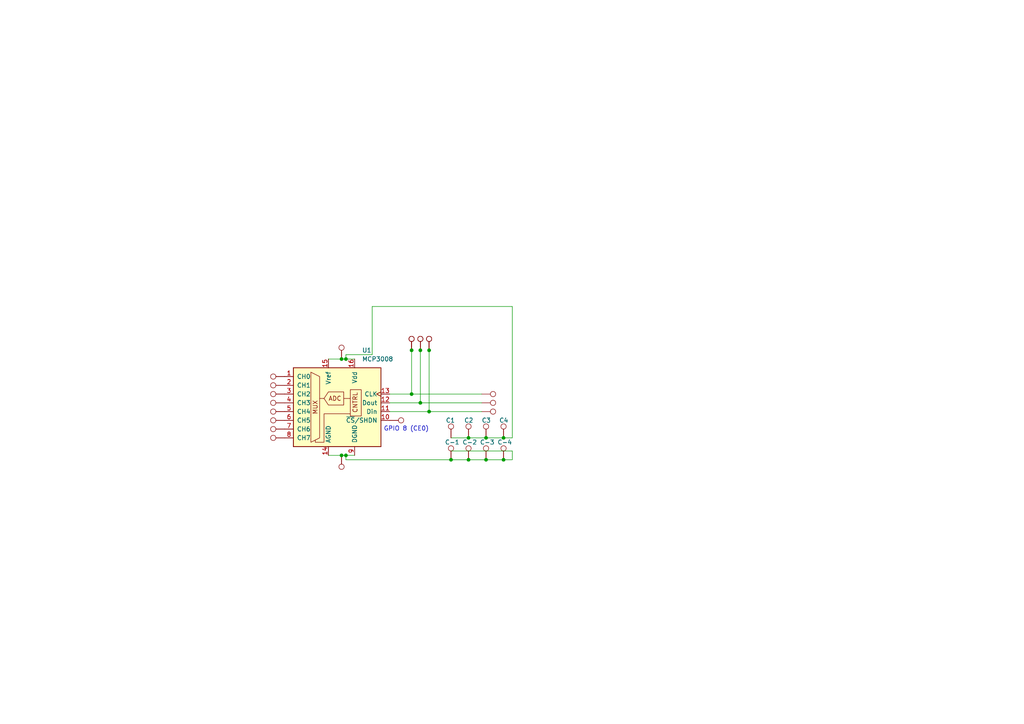
<source format=kicad_sch>
(kicad_sch (version 20250114) (generator "eeschema") (generator_version "9.0")
  (paper "A4")
  (lib_symbols
    (symbol "Analog_ADC:MCP3008" (pin_names (offset 1.016))
      (property "Reference" "U" (at -5.08 13.335 0))
      (property "Value" "MCP3008" (at -5.08 11.43 0))
      (symbol "MCP3008_0_0"
        (text "MUX" (at -6.35 -1.27 900) (effects (font (size 1.27 1.27))))
        (text "ADC" (at -0.635 1.27 0) (effects (font (size 1.27 1.27))))
        (text "CNTRL" (at 5.969 -2.921 900) (effects (font (size 1.27 1.27)) (justify left bottom)))
      )
      (symbol "MCP3008_0_1"
        (polyline (pts (xy -7.62 8.89) (xy -7.62 -11.43) (xy -5.08 -10.16) (xy -5.08 7.62) (xy -7.62 8.89)))
        (polyline (pts (xy -3.81 1.27) (xy -5.08 1.27)))
        (polyline (pts (xy 1.905 3.175) (xy 1.905 -0.635) (xy -2.54 -0.635) (xy -3.81 1.27) (xy -2.54 3.175) (xy 1.905 3.175)))
        (polyline (pts (xy 1.905 1.27) (xy 3.81 1.27)))
        (polyline (pts (xy 3.81 -3.175) (xy -3.81 -3.175) (xy -3.81 -11.43) (xy -6.35 -11.43) (xy -6.35 -10.795)))
        (rectangle (start 3.81 -3.81) (end 6.985 3.81))
        (rectangle (start 12.7 -12.7) (end -12.7 10.16) (stroke (width 0.254)) (fill (type background)))
      )
      (symbol "MCP3008_1_1"
        (pin input line (at -15.24 7.62 0) (length 2.54) (name "CH0") (number "1"))
        (pin input line (at -15.24 5.08 0) (length 2.54) (name "CH1") (number "2"))
        (pin input line (at -15.24 2.54 0) (length 2.54) (name "CH2") (number "3"))
        (pin input line (at -15.24 0 0) (length 2.54) (name "CH3") (number "4"))
        (pin input line (at -15.24 -2.54 0) (length 2.54) (name "CH4") (number "5"))
        (pin input line (at -15.24 -5.08 0) (length 2.54) (name "CH5") (number "6"))
        (pin input line (at -15.24 -7.62 0) (length 2.54) (name "CH6") (number "7"))
        (pin input line (at -15.24 -10.16 0) (length 2.54) (name "CH7") (number "8"))
        (pin power_in line (at -2.54 12.7 270) (length 2.54) (name "Vref") (number "15"))
        (pin power_in line (at -2.54 -15.24 90) (length 2.54) (name "AGND") (number "14"))
        (pin power_in line (at 5.08 12.7 270) (length 2.54) (name "Vdd") (number "16"))
        (pin power_in line (at 5.08 -15.24 90) (length 2.54) (name "DGND") (number "9"))
        (pin input clock (at 15.24 2.54 180) (length 2.54) (name "CLK") (number "13"))
        (pin output line (at 15.24 0 180) (length 2.54) (name "Dout") (number "12"))
        (pin input line (at 15.24 -2.54 180) (length 2.54) (name "Din") (number "11"))
        (pin input line (at 15.24 -5.08 180) (length 2.54) (name "~{CS}/SHDN") (number "10"))
      )
    )
    (symbol "Connector:TestPoint" (pin_numbers (hide yes)) (pin_names (offset 0.762) (hide yes))
      (property "Reference" "TP" (at 0 6.858 0))
      (property "Value" "TestPoint" (at 0 5.08 0))
      (symbol "TestPoint_0_1"
        (circle (center 0 3.302) (radius 0.762))
      )
      (symbol "TestPoint_1_1"
        (pin passive line (at 0 0 90) (length 2.54) (name "1") (number "1"))
      )
    )
  )
  (text "GPIO 8 (CE0)" (at 117.856 124.46 0) (effects (font (size 1.27 1.27))))
  (junction (at 121.92 101.6))
  (junction (at 100.33 104.14))
  (junction (at 124.46 119.38))
  (junction (at 130.81 133.35))
  (junction (at 119.38 114.3))
  (junction (at 100.33 132.08))
  (junction (at 124.46 101.6))
  (junction (at 140.97 133.35))
  (junction (at 119.38 101.6))
  (junction (at 99.06 104.14))
  (junction (at 99.06 132.08))
  (junction (at 135.89 127))
  (junction (at 146.05 127))
  (junction (at 135.89 133.35))
  (junction (at 140.97 127))
  (junction (at 121.92 116.84))
  (junction (at 146.05 133.35))
  (wire (pts (xy 99.06 104.14) (xy 100.33 104.14)))
  (wire (pts (xy 99.06 132.08) (xy 100.33 132.08)))
  (wire (pts (xy 100.33 132.08) (xy 102.87 132.08)))
  (wire (pts (xy 146.05 133.35) (xy 148.59 133.35)))
  (wire (pts (xy 107.95 102.87) (xy 107.95 88.9)))
  (wire (pts (xy 124.46 119.38) (xy 139.7 119.38)))
  (wire (pts (xy 146.05 127) (xy 148.59 127)))
  (wire (pts (xy 130.81 133.35) (xy 135.89 133.35)))
  (wire (pts (xy 95.25 132.08) (xy 99.06 132.08)))
  (wire (pts (xy 95.25 104.14) (xy 99.06 104.14)))
  (wire (pts (xy 148.59 130.81) (xy 148.59 133.35)))
  (wire (pts (xy 130.81 130.81) (xy 148.59 130.81)))
  (wire (pts (xy 100.33 104.14) (xy 100.33 102.87)))
  (wire (pts (xy 100.33 102.87) (xy 107.95 102.87)))
  (wire (pts (xy 135.89 127) (xy 140.97 127)))
  (wire (pts (xy 124.46 101.6) (xy 124.46 119.38)))
  (wire (pts (xy 140.97 133.35) (xy 146.05 133.35)))
  (wire (pts (xy 121.92 116.84) (xy 139.7 116.84)))
  (wire (pts (xy 107.95 88.9) (xy 148.59 88.9)))
  (wire (pts (xy 140.97 127) (xy 146.05 127)))
  (wire (pts (xy 135.89 133.35) (xy 140.97 133.35)))
  (wire (pts (xy 121.92 101.6) (xy 121.92 116.84)))
  (wire (pts (xy 130.81 133.35) (xy 100.33 133.35)))
  (wire (pts (xy 100.33 104.14) (xy 102.87 104.14)))
  (wire (pts (xy 113.03 116.84) (xy 121.92 116.84)))
  (wire (pts (xy 113.03 114.3) (xy 119.38 114.3)))
  (wire (pts (xy 100.33 133.35) (xy 100.33 132.08)))
  (wire (pts (xy 119.38 101.6) (xy 119.38 114.3)))
  (wire (pts (xy 119.38 114.3) (xy 139.7 114.3)))
  (wire (pts (xy 148.59 88.9) (xy 148.59 127)))
  (wire (pts (xy 130.81 127) (xy 135.89 127)))
  (wire (pts (xy 113.03 119.38) (xy 124.46 119.38)))
  (symbol (lib_id "Connector:TestPoint") (at 121.92 101.6 0) (unit 1)
    (property "Reference" "MISO2" (effects (hide yes)))
    (property "Value" "TestPoint" (effects (hide yes)))
    (property "Footprint" "Connector_PinHeader_2.54mm:PinHeader_1x01_P2.54mm_Vertical" (effects (hide yes)))
    (property "Description" "test point" (effects (hide yes)))
  )
  (symbol (lib_id "Connector:TestPoint") (at 140.97 127 0) (unit 1)
    (property "Reference" "C3" (at 139.7 121.92 0) (effects (justify left)))
    (property "Value" "TestPoint" (effects (hide yes)))
    (property "Footprint" "Connector_PinHeader_2.54mm:PinHeader_1x01_P2.54mm_Vertical" (effects (hide yes)))
    (property "Description" "test point" (effects (hide yes)))
  )
  (symbol (lib_id "Connector:TestPoint") (at 139.7 116.84 270) (unit 1)
    (property "Reference" "MISO1" (effects (hide yes)))
    (property "Value" "TestPoint" (effects (hide yes)))
    (property "Footprint" "Connector_PinHeader_2.54mm:PinHeader_1x01_P2.54mm_Vertical" (effects (hide yes)))
    (property "Description" "test point" (effects (hide yes)))
  )
  (symbol (lib_id "Connector:TestPoint") (at 99.06 132.08 180) (unit 1)
    (property "Reference" "GND1" (effects (hide yes)))
    (property "Value" "TestPoint" (effects (hide yes)))
    (property "Footprint" "Connector_PinHeader_2.54mm:PinHeader_1x01_P2.54mm_Vertical" (effects (hide yes)))
    (property "Description" "test point" (effects (hide yes)))
  )
  (symbol (lib_id "Connector:TestPoint") (at 82.55 109.22 90) (mirror x) (unit 1)
    (property "Reference" "CH0" (effects (hide yes)))
    (property "Value" "TestPoint" (effects (hide yes)))
    (property "Footprint" "Connector_PinHeader_2.54mm:PinHeader_1x01_P2.54mm_Vertical" (effects (hide yes)))
    (property "Description" "test point" (effects (hide yes)))
  )
  (symbol (lib_id "Connector:TestPoint") (at 82.55 127 90) (mirror x) (unit 1)
    (property "Reference" "CH7" (effects (hide yes)))
    (property "Value" "TestPoint" (effects (hide yes)))
    (property "Footprint" "Connector_PinHeader_2.54mm:PinHeader_1x01_P2.54mm_Vertical" (effects (hide yes)))
    (property "Description" "test point" (effects (hide yes)))
  )
  (symbol (lib_id "Connector:TestPoint") (at 124.46 101.6 0) (unit 1)
    (property "Reference" "MOSI3" (effects (hide yes)))
    (property "Value" "TestPoint" (effects (hide yes)))
    (property "Footprint" "Connector_PinHeader_2.54mm:PinHeader_1x01_P2.54mm_Vertical" (effects (hide yes)))
    (property "Description" "test point" (effects (hide yes)))
  )
  (symbol (lib_id "Connector:TestPoint") (at 99.06 104.14 0) (unit 1)
    (property "Reference" "Vdd1" (effects (hide yes)))
    (property "Value" "TestPoint" (effects (hide yes)))
    (property "Footprint" "Connector_PinHeader_2.54mm:PinHeader_1x01_P2.54mm_Vertical" (effects (hide yes)))
    (property "Description" "test point" (effects (hide yes)))
  )
  (symbol (lib_id "Connector:TestPoint") (at 82.55 119.38 90) (mirror x) (unit 1)
    (property "Reference" "CH4" (effects (hide yes)))
    (property "Value" "TestPoint" (effects (hide yes)))
    (property "Footprint" "Connector_PinHeader_2.54mm:PinHeader_1x01_P2.54mm_Vertical" (effects (hide yes)))
    (property "Description" "test point" (effects (hide yes)))
  )
  (symbol (lib_id "Connector:TestPoint") (at 130.81 127 0) (unit 1)
    (property "Reference" "C1" (at 129.286 121.92 0) (effects (justify left)))
    (property "Value" "TestPoint" (effects (hide yes)))
    (property "Footprint" "Connector_PinHeader_2.54mm:PinHeader_1x01_P2.54mm_Vertical" (effects (hide yes)))
    (property "Description" "test point" (effects (hide yes)))
  )
  (symbol (lib_id "Connector:TestPoint") (at 121.92 101.6 0) (unit 1)
    (property "Reference" "MISO3" (effects (hide yes)))
    (property "Value" "TestPoint" (effects (hide yes)))
    (property "Footprint" "Connector_PinHeader_2.54mm:PinHeader_1x01_P2.54mm_Vertical" (effects (hide yes)))
    (property "Description" "test point" (effects (hide yes)))
  )
  (symbol (lib_id "Connector:TestPoint") (at 139.7 114.3 270) (unit 1)
    (property "Reference" "CLK1" (effects (hide yes)))
    (property "Value" "TestPoint" (effects (hide yes)))
    (property "Footprint" "Connector_PinHeader_2.54mm:PinHeader_1x01_P2.54mm_Vertical" (effects (hide yes)))
    (property "Description" "test point" (effects (hide yes)))
  )
  (symbol (lib_id "Connector:TestPoint") (at 119.38 101.6 0) (unit 1)
    (property "Reference" "CLK2" (effects (hide yes)))
    (property "Value" "TestPoint" (effects (hide yes)))
    (property "Footprint" "Connector_PinHeader_2.54mm:PinHeader_1x01_P2.54mm_Vertical" (effects (hide yes)))
    (property "Description" "test point" (effects (hide yes)))
  )
  (symbol (lib_id "Connector:TestPoint") (at 119.38 101.6 0) (unit 1)
    (property "Reference" "CLK3" (effects (hide yes)))
    (property "Value" "TestPoint" (effects (hide yes)))
    (property "Footprint" "Connector_PinHeader_2.54mm:PinHeader_1x01_P2.54mm_Vertical" (effects (hide yes)))
    (property "Description" "test point" (effects (hide yes)))
  )
  (symbol (lib_id "Connector:TestPoint") (at 124.46 101.6 0) (unit 1)
    (property "Reference" "MOSI2" (effects (hide yes)))
    (property "Value" "TestPoint" (effects (hide yes)))
    (property "Footprint" "Connector_PinHeader_2.54mm:PinHeader_1x01_P2.54mm_Vertical" (effects (hide yes)))
    (property "Description" "test point" (effects (hide yes)))
  )
  (symbol (lib_id "Connector:TestPoint") (at 82.55 114.3 90) (mirror x) (unit 1)
    (property "Reference" "CH2" (effects (hide yes)))
    (property "Value" "TestPoint" (effects (hide yes)))
    (property "Footprint" "Connector_PinHeader_2.54mm:PinHeader_1x01_P2.54mm_Vertical" (effects (hide yes)))
    (property "Description" "test point" (effects (hide yes)))
  )
  (symbol (lib_id "Connector:TestPoint") (at 82.55 121.92 90) (mirror x) (unit 1)
    (property "Reference" "CH5" (effects (hide yes)))
    (property "Value" "TestPoint" (effects (hide yes)))
    (property "Footprint" "Connector_PinHeader_2.54mm:PinHeader_1x01_P2.54mm_Vertical" (effects (hide yes)))
    (property "Description" "test point" (effects (hide yes)))
  )
  (symbol (lib_id "Connector:TestPoint") (at 82.55 124.46 90) (mirror x) (unit 1)
    (property "Reference" "CH6" (effects (hide yes)))
    (property "Value" "TestPoint" (effects (hide yes)))
    (property "Footprint" "Connector_PinHeader_2.54mm:PinHeader_1x01_P2.54mm_Vertical" (effects (hide yes)))
    (property "Description" "test point" (effects (hide yes)))
  )
  (symbol (lib_id "Connector:TestPoint") (at 140.97 133.35 0) (unit 1)
    (property "Reference" "C-3" (at 139.192 128.27 0) (effects (justify left)))
    (property "Value" "TestPoint" (effects (hide yes)))
    (property "Footprint" "Connector_PinHeader_2.54mm:PinHeader_1x01_P2.54mm_Vertical" (effects (hide yes)))
    (property "Description" "test point" (effects (hide yes)))
  )
  (symbol (lib_id "Connector:TestPoint") (at 146.05 133.35 0) (unit 1)
    (property "Reference" "C-4" (at 144.272 128.27 0) (effects (justify left)))
    (property "Value" "TestPoint" (effects (hide yes)))
    (property "Footprint" "Connector_PinHeader_2.54mm:PinHeader_1x01_P2.54mm_Vertical" (effects (hide yes)))
    (property "Description" "test point" (effects (hide yes)))
  )
  (symbol (lib_id "Connector:TestPoint") (at 135.89 133.35 0) (unit 1)
    (property "Reference" "C-2" (at 134.112 128.27 0) (effects (justify left)))
    (property "Value" "TestPoint" (effects (hide yes)))
    (property "Footprint" "Connector_PinHeader_2.54mm:PinHeader_1x01_P2.54mm_Vertical" (effects (hide yes)))
    (property "Description" "test point" (effects (hide yes)))
  )
  (symbol (lib_id "Connector:TestPoint") (at 82.55 111.76 90) (mirror x) (unit 1)
    (property "Reference" "CH1" (effects (hide yes)))
    (property "Value" "TestPoint" (effects (hide yes)))
    (property "Footprint" "Connector_PinHeader_2.54mm:PinHeader_1x01_P2.54mm_Vertical" (effects (hide yes)))
    (property "Description" "test point" (effects (hide yes)))
  )
  (symbol (lib_id "Analog_ADC:MCP3008") (at 97.79 116.84 0) (unit 1)
    (property "Reference" "U1" (at 105.0133 101.6 0) (effects (justify left)))
    (property "Value" "MCP3008" (at 105.0133 104.14 0) (effects (justify left)))
    (property "Footprint" "Package_DIP:DIP-16_W7.62mm" (effects (hide yes)))
    (property "Datasheet" "http://ww1.microchip.com/downloads/en/DeviceDoc/21295d.pdf" (effects (hide yes)))
    (property "Description" "A/D Converter, 10-Bit, 8-Channel, SPI Interface , 2.7V-5.5V" (effects (hide yes)))
  )
  (symbol (lib_id "Connector:TestPoint") (at 113.03 121.92 270) (unit 1)
    (property "Reference" "CS1" (effects (hide yes)))
    (property "Value" "TestPoint" (effects (hide yes)))
    (property "Footprint" "Connector_PinHeader_2.54mm:PinHeader_1x01_P2.54mm_Vertical" (effects (hide yes)))
    (property "Description" "test point" (effects (hide yes)))
  )
  (symbol (lib_id "Connector:TestPoint") (at 135.89 127 0) (unit 1)
    (property "Reference" "C2" (at 134.62 121.92 0) (effects (justify left)))
    (property "Value" "TestPoint" (effects (hide yes)))
    (property "Footprint" "Connector_PinHeader_2.54mm:PinHeader_1x01_P2.54mm_Vertical" (effects (hide yes)))
    (property "Description" "test point" (effects (hide yes)))
  )
  (symbol (lib_id "Connector:TestPoint") (at 139.7 119.38 270) (unit 1)
    (property "Reference" "MOSI1" (effects (hide yes)))
    (property "Value" "TestPoint" (effects (hide yes)))
    (property "Footprint" "Connector_PinHeader_2.54mm:PinHeader_1x01_P2.54mm_Vertical" (effects (hide yes)))
    (property "Description" "test point" (effects (hide yes)))
  )
  (symbol (lib_id "Connector:TestPoint") (at 130.81 133.35 0) (unit 1)
    (property "Reference" "C-1" (at 129.032 128.27 0) (effects (justify left)))
    (property "Value" "TestPoint" (effects (hide yes)))
    (property "Footprint" "Connector_PinHeader_2.54mm:PinHeader_1x01_P2.54mm_Vertical" (effects (hide yes)))
    (property "Description" "test point" (effects (hide yes)))
  )
  (symbol (lib_id "Connector:TestPoint") (at 146.05 127 0) (unit 1)
    (property "Reference" "C4" (at 144.78 121.92 0) (effects (justify left)))
    (property "Value" "TestPoint" (effects (hide yes)))
    (property "Footprint" "Connector_PinHeader_2.54mm:PinHeader_1x01_P2.54mm_Vertical" (effects (hide yes)))
    (property "Description" "test point" (effects (hide yes)))
  )
  (symbol (lib_id "Connector:TestPoint") (at 82.55 116.84 90) (mirror x) (unit 1)
    (property "Reference" "CH3" (effects (hide yes)))
    (property "Value" "TestPoint" (effects (hide yes)))
    (property "Footprint" "Connector_PinHeader_2.54mm:PinHeader_1x01_P2.54mm_Vertical" (effects (hide yes)))
    (property "Description" "test point" (effects (hide yes)))
  )
)
</source>
